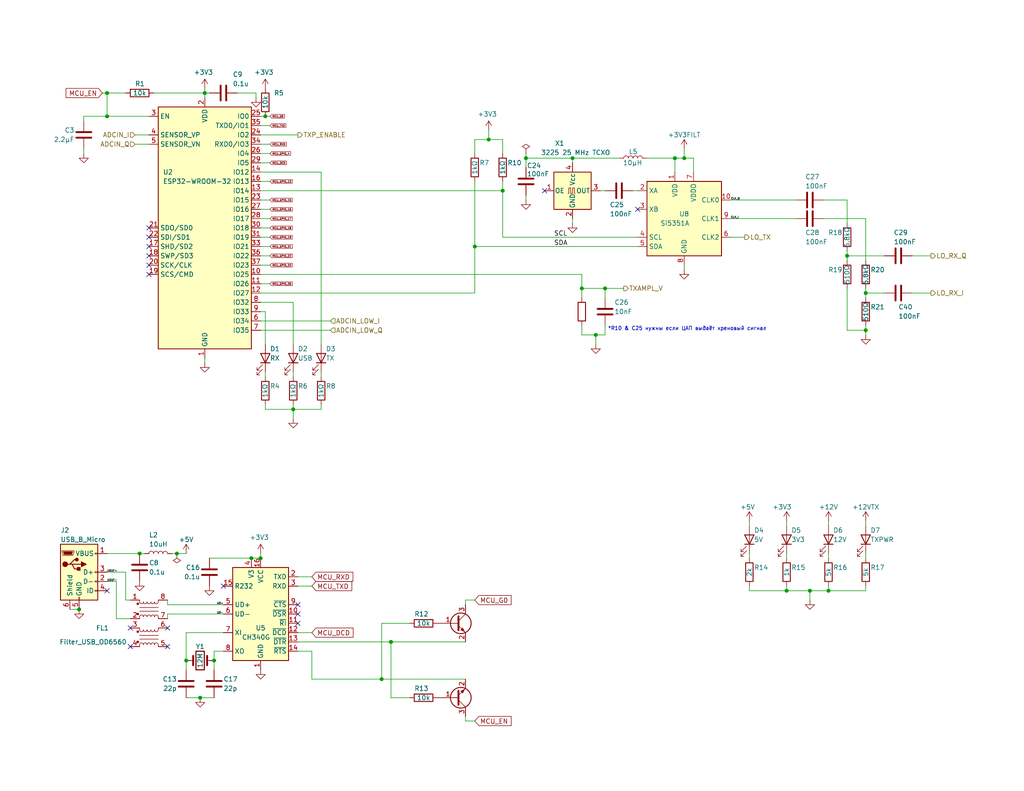
<source format=kicad_sch>
(kicad_sch (version 20231120) (generator "eeschema") (generator_version "8.0")
  (paper "USLetter")
  (title_block (title "CBModem") (date "2024-12-28") (rev "1"))
  (lib_symbols
    (symbol "Connector:USB_B_Micro" (pin_names (offset 1.016))
      (property "Reference" "J" (at -5.08 11.43 0))
      (property "Value" "USB_B_Micro" (at -5.08 8.89 0))
      (symbol "USB_B_Micro_0_1"
        (rectangle (start -5.08 -7.62) (end 5.08 7.62) (stroke (width 0.254)) (fill (type background)))
        (circle (center -3.81 2.159) (radius 0.635) (stroke (width 0.254)) (fill (type outline)))
        (circle (center -0.635 3.429) (radius 0.381) (stroke (width 0.254)) (fill (type outline)))
        (rectangle (start -0.127 -7.62) (end 0.127 -6.858))
        (polyline (pts (xy -1.905 2.159) (xy 0.635 2.159)) (stroke (width 0.254)))
        (polyline (pts (xy -3.175 2.159) (xy -2.54 2.159) (xy -1.27 3.429) (xy -0.635 3.429)) (stroke (width 0.254)))
        (polyline (pts (xy -2.54 2.159) (xy -1.905 2.159) (xy -1.27 0.889) (xy 0 0.889)) (stroke (width 0.254)))
        (polyline (pts (xy 0.635 2.794) (xy 0.635 1.524) (xy 1.905 2.159) (xy 0.635 2.794)) (stroke (width 0.254)) (fill (type outline)))
        (polyline (pts (xy -4.318 5.588) (xy -1.778 5.588) (xy -2.032 4.826) (xy -4.064 4.826) (xy -4.318 5.588)) (fill (type outline)))
        (polyline (pts (xy -4.699 5.842) (xy -4.699 5.588) (xy -4.445 4.826) (xy -4.445 4.572) (xy -1.651 4.572) (xy -1.651 4.826) (xy -1.397 5.588) (xy -1.397 5.842) (xy -4.699 5.842)))
        (rectangle (start 0.254 1.27) (end -0.508 0.508) (stroke (width 0.254)) (fill (type outline)))
        (rectangle (start 5.08 -5.207) (end 4.318 -4.953))
        (rectangle (start 5.08 -2.667) (end 4.318 -2.413))
        (rectangle (start 5.08 -0.127) (end 4.318 0.127))
        (rectangle (start 5.08 4.953) (end 4.318 5.207))
      )
      (symbol "USB_B_Micro_1_1"
        (pin power_out line (at 7.62 5.08 180) (length 2.54) (name "VBUS") (number "1"))
        (pin bidirectional line (at 7.62 -2.54 180) (length 2.54) (name "D-") (number "2"))
        (pin bidirectional line (at 7.62 0 180) (length 2.54) (name "D+") (number "3"))
        (pin passive line (at 7.62 -5.08 180) (length 2.54) (name "ID") (number "4"))
        (pin power_out line (at 0 -10.16 90) (length 2.54) (name "GND") (number "5"))
        (pin passive line (at -2.54 -10.16 90) (length 2.54) (name "Shield") (number "6"))
      )
    )
    (symbol "Device:C" (pin_numbers hide) (pin_names (offset 0.254))
      (property "Reference" "C" (at 0.635 2.54 0))
      (property "Value" "C" (at 0.635 -2.54 0))
      (symbol "C_0_1"
        (polyline (pts (xy -2.032 -0.762) (xy 2.032 -0.762)) (stroke (width 0.508)))
        (polyline (pts (xy -2.032 0.762) (xy 2.032 0.762)) (stroke (width 0.508)))
      )
      (symbol "C_1_1"
        (pin passive line (at 0 3.81 270) (length 2.794) (name "~") (number "1"))
        (pin passive line (at 0 -3.81 90) (length 2.794) (name "~") (number "2"))
      )
    )
    (symbol "Device:Crystal" (pin_numbers hide) (pin_names (offset 1.016) hide)
      (property "Reference" "Y" (at 0 3.81 0))
      (property "Value" "Crystal" (at 0 -3.81 0))
      (symbol "Crystal_0_1"
        (rectangle (start -1.143 2.54) (end 1.143 -2.54) (stroke (width 0.3048)))
        (polyline (pts (xy -2.54 0) (xy -1.905 0)))
        (polyline (pts (xy -1.905 -1.27) (xy -1.905 1.27)) (stroke (width 0.508)))
        (polyline (pts (xy 1.905 -1.27) (xy 1.905 1.27)) (stroke (width 0.508)))
        (polyline (pts (xy 2.54 0) (xy 1.905 0)))
      )
      (symbol "Crystal_1_1"
        (pin passive line (at -3.81 0 0) (length 1.27) (name "1") (number "1"))
        (pin passive line (at 3.81 0 180) (length 1.27) (name "2") (number "2"))
      )
    )
    (symbol "Device:L" (pin_numbers hide) (pin_names (offset 1.016) hide)
      (property "Reference" "L" (at -1.27 0 90))
      (property "Value" "L" (at 1.905 0 90))
      (symbol "L_0_1"
        (arc (start 0 -2.54) (mid 0.6323 -1.905) (end 0 -1.27))
        (arc (start 0 -1.27) (mid 0.6323 -0.635) (end 0 0))
        (arc (start 0 0) (mid 0.6323 0.635) (end 0 1.27))
        (arc (start 0 1.27) (mid 0.6323 1.905) (end 0 2.54))
      )
      (symbol "L_1_1"
        (pin passive line (at 0 3.81 270) (length 1.27) (name "1") (number "1"))
        (pin passive line (at 0 -3.81 90) (length 1.27) (name "2") (number "2"))
      )
    )
    (symbol "Device:LED" (pin_numbers hide) (pin_names (offset 1.016) hide)
      (property "Reference" "D" (at 0 2.54 0))
      (property "Value" "LED" (at 0 -2.54 0))
      (symbol "LED_0_1"
        (polyline (pts (xy -1.27 -1.27) (xy -1.27 1.27)) (stroke (width 0.254)))
        (polyline (pts (xy -1.27 0) (xy 1.27 0)))
        (polyline (pts (xy 1.27 -1.27) (xy 1.27 1.27) (xy -1.27 0) (xy 1.27 -1.27)) (stroke (width 0.254)))
        (polyline (pts (xy -3.048 -0.762) (xy -4.572 -2.286) (xy -3.81 -2.286) (xy -4.572 -2.286) (xy -4.572 -1.524)))
        (polyline (pts (xy -1.778 -0.762) (xy -3.302 -2.286) (xy -2.54 -2.286) (xy -3.302 -2.286) (xy -3.302 -1.524)))
      )
      (symbol "LED_1_1"
        (pin passive line (at -3.81 0 0) (length 2.54) (name "K") (number "1"))
        (pin passive line (at 3.81 0 180) (length 2.54) (name "A") (number "2"))
      )
    )
    (symbol "Device:Q_NPN_BEC" (pin_names (offset 0) hide)
      (property "Reference" "Q" (at 5.08 1.27 0))
      (property "Value" "Q_NPN_BEC" (at 5.08 -1.27 0))
      (symbol "Q_NPN_BEC_0_1"
        (polyline (pts (xy 0.635 0.635) (xy 2.54 2.54)))
        (polyline (pts (xy 0.635 -0.635) (xy 2.54 -2.54) (xy 2.54 -2.54)))
        (polyline (pts (xy 0.635 1.905) (xy 0.635 -1.905) (xy 0.635 -1.905)) (stroke (width 0.508)))
        (polyline (pts (xy 1.27 -1.778) (xy 1.778 -1.27) (xy 2.286 -2.286) (xy 1.27 -1.778) (xy 1.27 -1.778)) (fill (type outline)))
        (circle (center 1.27 0) (radius 2.8194) (stroke (width 0.254)))
      )
      (symbol "Q_NPN_BEC_1_1"
        (pin input line (at -5.08 0 0) (length 5.715) (name "B") (number "1"))
        (pin passive line (at 2.54 -5.08 90) (length 2.54) (name "E") (number "2"))
        (pin passive line (at 2.54 5.08 270) (length 2.54) (name "C") (number "3"))
      )
    )
    (symbol "Device:R" (pin_numbers hide) (pin_names (offset 0))
      (property "Reference" "R" (at 2.032 0 90))
      (property "Value" "R" (at 0 0 90))
      (symbol "R_0_1"
        (rectangle (start -1.016 -2.54) (end 1.016 2.54) (stroke (width 0.254)))
      )
      (symbol "R_1_1"
        (pin passive line (at 0 3.81 270) (length 1.27) (name "~") (number "1"))
        (pin passive line (at 0 -3.81 90) (length 1.27) (name "~") (number "2"))
      )
    )
    (symbol "Interface_USB:CH340G"
      (property "Reference" "U" (at -5.08 13.97 0))
      (property "Value" "CH340G" (at 1.27 13.97 0))
      (symbol "CH340G_0_1"
        (rectangle (start -7.62 12.7) (end 7.62 -12.7) (stroke (width 0.254)) (fill (type background)))
      )
      (symbol "CH340G_1_1"
        (pin power_in line (at 0 -15.24 90) (length 2.54) (name "GND") (number "1"))
        (pin input line (at 10.16 0 180) (length 2.54) (name "~{DSR}") (number "10"))
        (pin input line (at 10.16 -2.54 180) (length 2.54) (name "~{RI}") (number "11"))
        (pin input line (at 10.16 -5.08 180) (length 2.54) (name "~{DCD}") (number "12"))
        (pin output line (at 10.16 -7.62 180) (length 2.54) (name "~{DTR}") (number "13"))
        (pin output line (at 10.16 -10.16 180) (length 2.54) (name "~{RTS}") (number "14"))
        (pin input line (at -10.16 7.62 0) (length 2.54) (name "R232") (number "15"))
        (pin power_in line (at 0 15.24 270) (length 2.54) (name "VCC") (number "16"))
        (pin output line (at 10.16 10.16 180) (length 2.54) (name "TXD") (number "2"))
        (pin input line (at 10.16 7.62 180) (length 2.54) (name "RXD") (number "3"))
        (pin passive line (at -2.54 15.24 270) (length 2.54) (name "V3") (number "4"))
        (pin bidirectional line (at -10.16 2.54 0) (length 2.54) (name "UD+") (number "5"))
        (pin bidirectional line (at -10.16 0 0) (length 2.54) (name "UD-") (number "6"))
        (pin input line (at -10.16 -5.08 0) (length 2.54) (name "XI") (number "7"))
        (pin output line (at -10.16 -10.16 0) (length 2.54) (name "XO") (number "8"))
        (pin input line (at 10.16 2.54 180) (length 2.54) (name "~{CTS}") (number "9"))
      )
    )
    (symbol "Oscillator:SG-8002LB" (pin_names (offset 0.254))
      (property "Reference" "X" (at -5.08 6.35 0))
      (property "Value" "SG-8002LB" (at 1.27 -6.35 0))
      (symbol "SG-8002LB_0_1"
        (rectangle (start -5.08 5.08) (end 5.08 -5.08) (stroke (width 0.254)) (fill (type background)))
        (polyline (pts (xy -1.27 -0.762) (xy -1.016 -0.762) (xy -1.016 0.762) (xy -0.508 0.762) (xy -0.508 -0.762) (xy 0 -0.762) (xy 0 0.762) (xy 0.508 0.762) (xy 0.508 -0.762) (xy 0.762 -0.762)))
      )
      (symbol "SG-8002LB_1_1"
        (pin input line (at -7.62 0 0) (length 2.54) (name "OE") (number "1"))
        (pin power_in line (at 0 -7.62 90) (length 2.54) (name "GND") (number "2"))
        (pin output line (at 7.62 0 180) (length 2.54) (name "OUT") (number "3"))
        (pin power_in line (at 0 7.62 270) (length 2.54) (name "Vcc") (number "4"))
      )
    )
    (symbol "Oscillator:Si5351A-B-GT"
      (property "Reference" "U" (at -8.89 11.43 0))
      (property "Value" "Si5351A-B-GT" (at -12.7 -12.7 0))
      (symbol "Si5351A-B-GT_0_1"
        (rectangle (start -10.16 10.16) (end 10.16 -10.16) (stroke (width 0.254)) (fill (type background)))
      )
      (symbol "Si5351A-B-GT_1_1"
        (pin power_in line (at -2.54 12.7 270) (length 2.54) (name "VDD") (number "1"))
        (pin output line (at 12.7 5.08 180) (length 2.54) (name "CLK0") (number "10"))
        (pin input line (at -12.7 7.62 0) (length 2.54) (name "XA") (number "2"))
        (pin input line (at -12.7 2.54 0) (length 2.54) (name "XB") (number "3"))
        (pin input line (at -12.7 -5.08 0) (length 2.54) (name "SCL") (number "4"))
        (pin bidirectional line (at -12.7 -7.62 0) (length 2.54) (name "SDA") (number "5"))
        (pin output line (at 12.7 -5.08 180) (length 2.54) (name "CLK2") (number "6"))
        (pin power_in line (at 2.54 12.7 270) (length 2.54) (name "VDDO") (number "7"))
        (pin power_in line (at 0 -12.7 90) (length 2.54) (name "GND") (number "8"))
        (pin output line (at 12.7 0 180) (length 2.54) (name "CLK1") (number "9"))
      )
    )
    (symbol "RF_Module:ESP32-WROOM-32"
      (property "Reference" "U" (at -12.7 34.29 0))
      (property "Value" "ESP32-WROOM-32" (at 1.27 34.29 0))
      (symbol "ESP32-WROOM-32_0_1"
        (rectangle (start -12.7 33.02) (end 12.7 -33.02) (stroke (width 0.254)) (fill (type background)))
      )
      (symbol "ESP32-WROOM-32_1_1"
        (pin power_in line (at 0 -35.56 90) (length 2.54) (name "GND") (number "1"))
        (pin bidirectional line (at 15.24 -12.7 180) (length 2.54) (name "IO25") (number "10"))
        (pin bidirectional line (at 15.24 -15.24 180) (length 2.54) (name "IO26") (number "11"))
        (pin bidirectional line (at 15.24 -17.78 180) (length 2.54) (name "IO27") (number "12"))
        (pin bidirectional line (at 15.24 10.16 180) (length 2.54) (name "IO14") (number "13"))
        (pin bidirectional line (at 15.24 15.24 180) (length 2.54) (name "IO12") (number "14"))
        (pin passive line (at 0 -35.56 90) (length 2.54) hide (name "GND") (number "15"))
        (pin bidirectional line (at 15.24 12.7 180) (length 2.54) (name "IO13") (number "16"))
        (pin bidirectional line (at -15.24 -5.08 0) (length 2.54) (name "SHD/SD2") (number "17"))
        (pin bidirectional line (at -15.24 -7.62 0) (length 2.54) (name "SWP/SD3") (number "18"))
        (pin bidirectional line (at -15.24 -12.7 0) (length 2.54) (name "SCS/CMD") (number "19"))
        (pin power_in line (at 0 35.56 270) (length 2.54) (name "VDD") (number "2"))
        (pin bidirectional line (at -15.24 -10.16 0) (length 2.54) (name "SCK/CLK") (number "20"))
        (pin bidirectional line (at -15.24 0 0) (length 2.54) (name "SDO/SD0") (number "21"))
        (pin bidirectional line (at -15.24 -2.54 0) (length 2.54) (name "SDI/SD1") (number "22"))
        (pin bidirectional line (at 15.24 7.62 180) (length 2.54) (name "IO15") (number "23"))
        (pin bidirectional line (at 15.24 25.4 180) (length 2.54) (name "IO2") (number "24"))
        (pin bidirectional line (at 15.24 30.48 180) (length 2.54) (name "IO0") (number "25"))
        (pin bidirectional line (at 15.24 20.32 180) (length 2.54) (name "IO4") (number "26"))
        (pin bidirectional line (at 15.24 5.08 180) (length 2.54) (name "IO16") (number "27"))
        (pin bidirectional line (at 15.24 2.54 180) (length 2.54) (name "IO17") (number "28"))
        (pin bidirectional line (at 15.24 17.78 180) (length 2.54) (name "IO5") (number "29"))
        (pin input line (at -15.24 30.48 0) (length 2.54) (name "EN") (number "3"))
        (pin bidirectional line (at 15.24 0 180) (length 2.54) (name "IO18") (number "30"))
        (pin bidirectional line (at 15.24 -2.54 180) (length 2.54) (name "IO19") (number "31"))
        (pin no_connect line (at -12.7 -27.94 0) (length 2.54) hide (name "NC") (number "32"))
        (pin bidirectional line (at 15.24 -5.08 180) (length 2.54) (name "IO21") (number "33"))
        (pin bidirectional line (at 15.24 22.86 180) (length 2.54) (name "RXD0/IO3") (number "34"))
        (pin bidirectional line (at 15.24 27.94 180) (length 2.54) (name "TXD0/IO1") (number "35"))
        (pin bidirectional line (at 15.24 -7.62 180) (length 2.54) (name "IO22") (number "36"))
        (pin bidirectional line (at 15.24 -10.16 180) (length 2.54) (name "IO23") (number "37"))
        (pin passive line (at 0 -35.56 90) (length 2.54) hide (name "GND") (number "38"))
        (pin passive line (at 0 -35.56 90) (length 2.54) hide (name "GND") (number "39"))
        (pin input line (at -15.24 25.4 0) (length 2.54) (name "SENSOR_VP") (number "4"))
        (pin input line (at -15.24 22.86 0) (length 2.54) (name "SENSOR_VN") (number "5"))
        (pin input line (at 15.24 -25.4 180) (length 2.54) (name "IO34") (number "6"))
        (pin input line (at 15.24 -27.94 180) (length 2.54) (name "IO35") (number "7"))
        (pin bidirectional line (at 15.24 -20.32 180) (length 2.54) (name "IO32") (number "8"))
        (pin bidirectional line (at 15.24 -22.86 180) (length 2.54) (name "IO33") (number "9"))
      )
    )
    (symbol "communicator_27mhz_custom:+12VTX" (power) (pin_names (offset 0))
      (property "Value" "+12VTX" (at 0 3.556 0))
      (symbol "+12VTX_0_1"
        (polyline (pts (xy -0.762 1.27) (xy 0 2.54)))
        (polyline (pts (xy 0 0) (xy 0 2.54)))
        (polyline (pts (xy 0 2.54) (xy 0.762 1.27)))
      )
      (symbol "+12VTX_1_1"
        (pin power_in line (at 0 0 90) (length 0) hide (name "+12VTX") (number "1"))
      )
    )
    (symbol "communicator_27mhz_custom:+3V3FILT" (power) (pin_names (offset 0))
      (property "Value" "+3V3FILT" (at 0 3.556 0))
      (symbol "+3V3FILT_0_1"
        (polyline (pts (xy -0.762 1.27) (xy 0 2.54)))
        (polyline (pts (xy 0 0) (xy 0 2.54)))
        (polyline (pts (xy 0 2.54) (xy 0.762 1.27)))
      )
      (symbol "+3V3FILT_1_1"
        (pin power_in line (at 0 0 90) (length 0) hide (name "+3V3FILT") (number "1"))
      )
    )
    (symbol "communicator_27mhz_custom:Filter_USB_OD6560" (pin_names (offset 0.254) hide)
      (property "Reference" "FL" (at 0 4.445 0))
      (property "Value" "Filter_USB_OD6560" (at 0 -13.97 0))
      (symbol "Filter_USB_OD6560_0_1"
        (circle (center -3.048 -8.89) (radius 0.254) (fill (type outline)))
        (circle (center -3.048 -6.096) (radius 0.254) (fill (type outline)))
        (circle (center -3.048 -1.27) (radius 0.254) (fill (type outline)))
        (circle (center -3.048 1.524) (radius 0.254) (fill (type outline)))
        (arc (start -2.54 -5.588) (mid -2.032 -6.0937) (end -1.524 -5.588))
        (arc (start -2.54 2.032) (mid -2.032 1.5262) (end -1.524 2.032))
        (arc (start -1.524 -9.652) (mid -2.032 -9.1462) (end -2.54 -9.652))
        (arc (start -1.524 -5.588) (mid -1.016 -6.0937) (end -0.508 -5.588))
        (arc (start -1.524 -2.032) (mid -2.032 -1.5262) (end -2.54 -2.032))
        (arc (start -1.524 2.032) (mid -1.016 1.5262) (end -0.508 2.032))
        (arc (start -0.508 -9.652) (mid -1.016 -9.1462) (end -1.524 -9.652))
        (arc (start -0.508 -5.588) (mid 0 -6.0937) (end 0.508 -5.588))
        (arc (start -0.508 -2.032) (mid -1.016 -1.5262) (end -1.524 -2.032))
        (arc (start -0.508 2.032) (mid 0 1.5262) (end 0.508 2.032))
        (polyline (pts (xy -2.54 -9.652) (xy -2.54 -10.16)))
        (polyline (pts (xy -2.54 -7.112) (xy 2.54 -7.112)))
        (polyline (pts (xy -2.54 -5.588) (xy -2.54 -5.08)))
        (polyline (pts (xy -2.54 -2.032) (xy -2.54 -2.54)))
        (polyline (pts (xy -2.54 0.508) (xy 2.54 0.508)))
        (polyline (pts (xy -2.54 2.032) (xy -2.54 2.54)))
        (polyline (pts (xy 2.54 -9.652) (xy 2.54 -10.16)))
        (polyline (pts (xy 2.54 -8.128) (xy -2.54 -8.128)))
        (polyline (pts (xy 2.54 -5.08) (xy 2.54 -5.588)))
        (polyline (pts (xy 2.54 -2.032) (xy 2.54 -2.54)))
        (polyline (pts (xy 2.54 -0.508) (xy -2.54 -0.508)))
        (polyline (pts (xy 2.54 2.54) (xy 2.54 2.032)))
        (arc (start 0.508 -9.652) (mid 0 -9.1462) (end -0.508 -9.652))
        (arc (start 0.508 -5.588) (mid 1.016 -6.0937) (end 1.524 -5.588))
        (arc (start 0.508 -2.032) (mid 0 -1.5262) (end -0.508 -2.032))
        (arc (start 0.508 2.032) (mid 1.016 1.5262) (end 1.524 2.032))
        (arc (start 1.524 -9.652) (mid 1.016 -9.1462) (end 0.508 -9.652))
        (arc (start 1.524 -5.588) (mid 2.032 -6.0937) (end 2.54 -5.588))
        (arc (start 1.524 -2.032) (mid 1.016 -1.5262) (end 0.508 -2.032))
        (arc (start 1.524 2.032) (mid 2.032 1.5262) (end 2.54 2.032))
        (arc (start 2.54 -9.652) (mid 2.032 -9.1462) (end 1.524 -9.652))
        (arc (start 2.54 -2.032) (mid 2.032 -1.5262) (end 1.524 -2.032))
      )
      (symbol "Filter_USB_OD6560_1_1"
        (pin passive line (at -5.08 2.54 0) (length 2.54) (name "1") (number "1"))
        (pin passive line (at -5.08 -2.54 0) (length 2.54) (name "2") (number "2"))
        (pin passive line (at -5.08 -5.08 0) (length 2.54) (name "3") (number "3"))
        (pin passive line (at -5.08 -10.16 0) (length 2.54) (name "4") (number "4"))
        (pin passive line (at 5.08 -10.16 180) (length 2.54) (name "5") (number "5"))
        (pin passive line (at 5.08 -5.08 180) (length 2.54) (name "6") (number "6"))
        (pin passive line (at 5.08 -2.54 180) (length 2.54) (name "7") (number "7"))
        (pin passive line (at 5.08 2.54 180) (length 2.54) (name "8") (number "8"))
      )
    )
    (symbol "power:+12V" (power) (pin_names (offset 0))
      (property "Value" "+12V" (at 0 3.556 0))
      (symbol "+12V_0_1"
        (polyline (pts (xy -0.762 1.27) (xy 0 2.54)))
        (polyline (pts (xy 0 0) (xy 0 2.54)))
        (polyline (pts (xy 0 2.54) (xy 0.762 1.27)))
      )
      (symbol "+12V_1_1"
        (pin power_in line (at 0 0 90) (length 0) hide (name "+12V") (number "1"))
      )
    )
    (symbol "power:+3V3" (power) (pin_names (offset 0))
      (property "Value" "+3V3" (at 0 3.556 0))
      (symbol "+3V3_0_1"
        (polyline (pts (xy -0.762 1.27) (xy 0 2.54)))
        (polyline (pts (xy 0 0) (xy 0 2.54)))
        (polyline (pts (xy 0 2.54) (xy 0.762 1.27)))
      )
      (symbol "+3V3_1_1"
        (pin power_in line (at 0 0 90) (length 0) hide (name "+3V3") (number "1"))
      )
    )
    (symbol "power:+5V" (power) (pin_names (offset 0))
      (property "Value" "+5V" (at 0 3.556 0))
      (symbol "+5V_0_1"
        (polyline (pts (xy -0.762 1.27) (xy 0 2.54)))
        (polyline (pts (xy 0 0) (xy 0 2.54)))
        (polyline (pts (xy 0 2.54) (xy 0.762 1.27)))
      )
      (symbol "+5V_1_1"
        (pin power_in line (at 0 0 90) (length 0) hide (name "+5V") (number "1"))
      )
    )
    (symbol "power:GND" (power) (pin_names (offset 0))
      (property "Value" "GND" (at 0 -3.81 0))
      (symbol "GND_0_1"
        (polyline (pts (xy 0 0) (xy 0 -1.27) (xy 1.27 -1.27) (xy 0 -2.54) (xy -1.27 -1.27) (xy 0 -1.27)))
      )
      (symbol "GND_1_1"
        (pin power_in line (at 0 0 270) (length 0) hide (name "GND") (number "1"))
      )
    )
    (symbol "power:PWR_FLAG" (power) (pin_numbers hide) (pin_names (offset 0) hide)
      (property "Value" "PWR_FLAG" (at 0 3.81 0))
      (symbol "PWR_FLAG_0_0"
        (pin power_out line (at 0 0 90) (length 0) (name "pwr") (number "1"))
      )
      (symbol "PWR_FLAG_0_1"
        (polyline (pts (xy 0 0) (xy 0 1.27) (xy -1.016 1.905) (xy 0 2.54) (xy 1.016 1.905) (xy 0 1.27)))
      )
    )
  )
  (junction (at 143.51 43.18))
  (junction (at 156.21 43.18))
  (junction (at 29.21 25.4))
  (junction (at 50.8 180.34))
  (junction (at 214.63 161.29))
  (junction (at 38.1 151.13))
  (junction (at 48.26 151.13))
  (junction (at 71.12 152.4))
  (junction (at 129.54 67.31))
  (junction (at 226.06 161.29))
  (junction (at 29.21 31.75))
  (junction (at 137.16 52.07))
  (junction (at 104.14 185.42))
  (junction (at 158.75 78.74))
  (junction (at 72.39 31.75))
  (junction (at 186.69 43.18))
  (junction (at 220.98 161.29))
  (junction (at 68.58 152.4))
  (junction (at 231.14 69.85))
  (junction (at 58.42 180.34))
  (junction (at 236.22 80.01))
  (junction (at 55.88 25.4))
  (junction (at 236.22 90.17))
  (junction (at 106.68 175.26))
  (junction (at 184.15 43.18))
  (junction (at 162.56 91.44))
  (junction (at 21.59 166.37))
  (junction (at 165.1 78.74))
  (junction (at 133.35 38.1))
  (junction (at 80.01 111.76))
  (junction (at 54.61 190.5))
  (no_connect (at 40.64 67.31))
  (no_connect (at 40.64 62.23))
  (no_connect (at 173.99 57.15))
  (no_connect (at 35.56 171.45))
  (no_connect (at 81.28 170.18))
  (no_connect (at 45.72 176.53))
  (no_connect (at 45.72 171.45))
  (no_connect (at 29.21 161.29))
  (no_connect (at 60.96 160.02))
  (no_connect (at 40.64 74.93))
  (no_connect (at 40.64 64.77))
  (no_connect (at 81.28 165.1))
  (no_connect (at 40.64 72.39))
  (no_connect (at 148.59 52.07))
  (no_connect (at 35.56 176.53))
  (no_connect (at 81.28 167.64))
  (no_connect (at 40.64 69.85))
  (wire (pts (xy 71.12 77.47) (xy 73.66 77.47)))
  (wire (pts (xy 29.21 156.21) (xy 34.29 156.21)))
  (wire (pts (xy 204.47 161.29) (xy 214.63 161.29)))
  (wire (pts (xy 129.54 196.85) (xy 127 196.85)))
  (wire (pts (xy 55.88 25.4) (xy 55.88 26.67)))
  (wire (pts (xy 236.22 78.74) (xy 236.22 80.01)))
  (wire (pts (xy 165.1 91.44) (xy 165.1 88.9)))
  (wire (pts (xy 163.83 52.07) (xy 165.1 52.07)))
  (wire (pts (xy 226.06 142.24) (xy 226.06 143.51)))
  (wire (pts (xy 186.69 43.18) (xy 184.15 43.18)))
  (wire (pts (xy 236.22 151.13) (xy 236.22 152.4)))
  (wire (pts (xy 85.09 185.42) (xy 104.14 185.42)))
  (wire (pts (xy 71.12 52.07) (xy 137.16 52.07)))
  (wire (pts (xy 29.21 158.75) (xy 31.75 158.75)))
  (wire (pts (xy 236.22 161.29) (xy 236.22 160.02)))
  (wire (pts (xy 71.12 67.31) (xy 73.66 67.31)))
  (wire (pts (xy 231.14 69.85) (xy 231.14 71.12)))
  (wire (pts (xy 71.12 31.75) (xy 72.39 31.75)))
  (wire (pts (xy 71.12 74.93) (xy 158.75 74.93)))
  (wire (pts (xy 31.75 158.75) (xy 31.75 168.91)))
  (wire (pts (xy 184.15 43.18) (xy 176.53 43.18)))
  (wire (pts (xy 127 196.85) (xy 127 195.58)))
  (wire (pts (xy 19.05 166.37) (xy 21.59 166.37)))
  (wire (pts (xy 156.21 60.96) (xy 156.21 59.69)))
  (wire (pts (xy 71.12 46.99) (xy 87.63 46.99)))
  (wire (pts (xy 236.22 90.17) (xy 236.22 91.44)))
  (wire (pts (xy 204.47 142.24) (xy 204.47 143.51)))
  (wire (pts (xy 29.21 31.75) (xy 40.64 31.75)))
  (wire (pts (xy 80.01 82.55) (xy 80.01 93.98)))
  (wire (pts (xy 80.01 111.76) (xy 72.39 111.76)))
  (wire (pts (xy 214.63 161.29) (xy 214.63 160.02)))
  (wire (pts (xy 71.12 41.91) (xy 73.66 41.91)))
  (wire (pts (xy 226.06 161.29) (xy 236.22 161.29)))
  (wire (pts (xy 72.39 31.75) (xy 73.66 31.75)))
  (wire (pts (xy 58.42 177.8) (xy 60.96 177.8)))
  (wire (pts (xy 129.54 80.01) (xy 71.12 80.01)))
  (wire (pts (xy 45.72 168.91) (xy 45.72 167.64)))
  (wire (pts (xy 71.12 49.53) (xy 73.66 49.53)))
  (wire (pts (xy 45.72 165.1) (xy 60.96 165.1)))
  (wire (pts (xy 129.54 163.83) (xy 127 163.83)))
  (wire (pts (xy 22.86 33.02) (xy 22.86 31.75)))
  (wire (pts (xy 231.14 90.17) (xy 236.22 90.17)))
  (wire (pts (xy 204.47 151.13) (xy 204.47 152.4)))
  (wire (pts (xy 165.1 78.74) (xy 170.18 78.74)))
  (wire (pts (xy 38.1 151.13) (xy 39.37 151.13)))
  (wire (pts (xy 85.09 185.42) (xy 85.09 177.8)))
  (wire (pts (xy 248.92 69.85) (xy 254 69.85)))
  (wire (pts (xy 158.75 91.44) (xy 162.56 91.44)))
  (wire (pts (xy 129.54 38.1) (xy 129.54 41.91)))
  (wire (pts (xy 199.39 54.61) (xy 217.17 54.61)))
  (wire (pts (xy 72.39 102.87) (xy 72.39 101.6)))
  (wire (pts (xy 162.56 93.98) (xy 162.56 91.44)))
  (wire (pts (xy 71.12 151.13) (xy 71.12 152.4)))
  (wire (pts (xy 72.39 85.09) (xy 72.39 93.98)))
  (wire (pts (xy 50.8 172.72) (xy 50.8 180.34)))
  (wire (pts (xy 69.85 25.4) (xy 64.77 25.4)))
  (wire (pts (xy 58.42 190.5) (xy 54.61 190.5)))
  (wire (pts (xy 236.22 80.01) (xy 236.22 81.28)))
  (wire (pts (xy 71.12 90.17) (xy 90.17 90.17)))
  (wire (pts (xy 111.76 170.18) (xy 104.14 170.18)))
  (wire (pts (xy 87.63 102.87) (xy 87.63 101.6)))
  (wire (pts (xy 87.63 111.76) (xy 87.63 110.49)))
  (wire (pts (xy 81.28 172.72) (xy 85.09 172.72)))
  (wire (pts (xy 71.12 34.29) (xy 73.66 34.29)))
  (wire (pts (xy 137.16 38.1) (xy 137.16 41.91)))
  (wire (pts (xy 80.01 111.76) (xy 80.01 110.49)))
  (wire (pts (xy 71.12 39.37) (xy 73.66 39.37)))
  (wire (pts (xy 143.51 43.18) (xy 143.51 45.72)))
  (wire (pts (xy 45.72 163.83) (xy 45.72 165.1)))
  (wire (pts (xy 106.68 175.26) (xy 127 175.26)))
  (wire (pts (xy 204.47 161.29) (xy 204.47 160.02)))
  (wire (pts (xy 58.42 180.34) (xy 58.42 182.88)))
  (wire (pts (xy 214.63 161.29) (xy 220.98 161.29)))
  (wire (pts (xy 81.28 160.02) (xy 85.09 160.02)))
  (wire (pts (xy 72.39 111.76) (xy 72.39 110.49)))
  (wire (pts (xy 41.91 25.4) (xy 55.88 25.4)))
  (wire (pts (xy 71.12 64.77) (xy 73.66 64.77)))
  (wire (pts (xy 71.12 44.45) (xy 73.66 44.45)))
  (wire (pts (xy 55.88 24.13) (xy 55.88 25.4)))
  (wire (pts (xy 236.22 59.69) (xy 236.22 71.12)))
  (wire (pts (xy 127 163.83) (xy 127 165.1)))
  (wire (pts (xy 172.72 52.07) (xy 173.99 52.07)))
  (wire (pts (xy 158.75 74.93) (xy 158.75 78.74)))
  (wire (pts (xy 231.14 68.58) (xy 231.14 69.85)))
  (wire (pts (xy 143.51 43.18) (xy 156.21 43.18)))
  (wire (pts (xy 71.12 72.39) (xy 73.66 72.39)))
  (wire (pts (xy 189.23 43.18) (xy 186.69 43.18)))
  (wire (pts (xy 236.22 80.01) (xy 241.3 80.01)))
  (wire (pts (xy 137.16 64.77) (xy 173.99 64.77)))
  (wire (pts (xy 29.21 25.4) (xy 29.21 31.75)))
  (wire (pts (xy 80.01 114.3) (xy 80.01 111.76)))
  (wire (pts (xy 57.15 25.4) (xy 55.88 25.4)))
  (wire (pts (xy 71.12 87.63) (xy 90.17 87.63)))
  (wire (pts (xy 189.23 43.18) (xy 189.23 46.99)))
  (wire (pts (xy 27.94 25.4) (xy 29.21 25.4)))
  (wire (pts (xy 143.51 41.91) (xy 143.51 43.18)))
  (wire (pts (xy 143.51 54.61) (xy 143.51 53.34)))
  (wire (pts (xy 81.28 175.26) (xy 106.68 175.26)))
  (wire (pts (xy 29.21 151.13) (xy 38.1 151.13)))
  (wire (pts (xy 137.16 52.07) (xy 137.16 64.77)))
  (wire (pts (xy 71.12 36.83) (xy 81.28 36.83)))
  (wire (pts (xy 71.12 54.61) (xy 73.66 54.61)))
  (wire (pts (xy 129.54 38.1) (xy 133.35 38.1)))
  (wire (pts (xy 231.14 54.61) (xy 231.14 60.96)))
  (wire (pts (xy 248.92 80.01) (xy 254 80.01)))
  (wire (pts (xy 220.98 161.29) (xy 226.06 161.29)))
  (wire (pts (xy 214.63 151.13) (xy 214.63 152.4)))
  (wire (pts (xy 186.69 73.66) (xy 186.69 72.39)))
  (wire (pts (xy 71.12 82.55) (xy 80.01 82.55)))
  (wire (pts (xy 111.76 190.5) (xy 106.68 190.5)))
  (wire (pts (xy 226.06 151.13) (xy 226.06 152.4)))
  (wire (pts (xy 57.15 152.4) (xy 68.58 152.4)))
  (wire (pts (xy 156.21 43.18) (xy 156.21 44.45)))
  (wire (pts (xy 186.69 40.64) (xy 186.69 43.18)))
  (wire (pts (xy 165.1 91.44) (xy 162.56 91.44)))
  (wire (pts (xy 50.8 180.34) (xy 50.8 182.88)))
  (wire (pts (xy 71.12 85.09) (xy 72.39 85.09)))
  (wire (pts (xy 199.39 59.69) (xy 217.17 59.69)))
  (wire (pts (xy 22.86 41.91) (xy 22.86 40.64)))
  (wire (pts (xy 129.54 67.31) (xy 173.99 67.31)))
  (wire (pts (xy 224.79 54.61) (xy 231.14 54.61)))
  (wire (pts (xy 199.39 64.77) (xy 203.2 64.77)))
  (wire (pts (xy 133.35 35.56) (xy 133.35 38.1)))
  (wire (pts (xy 46.99 151.13) (xy 48.26 151.13)))
  (wire (pts (xy 224.79 59.69) (xy 236.22 59.69)))
  (wire (pts (xy 231.14 78.74) (xy 231.14 90.17)))
  (wire (pts (xy 184.15 43.18) (xy 184.15 46.99)))
  (wire (pts (xy 71.12 57.15) (xy 73.66 57.15)))
  (wire (pts (xy 236.22 88.9) (xy 236.22 90.17)))
  (wire (pts (xy 31.75 168.91) (xy 35.56 168.91)))
  (wire (pts (xy 129.54 49.53) (xy 129.54 67.31)))
  (wire (pts (xy 158.75 81.28) (xy 158.75 78.74)))
  (wire (pts (xy 236.22 142.24) (xy 236.22 143.51)))
  (wire (pts (xy 133.35 38.1) (xy 137.16 38.1)))
  (wire (pts (xy 22.86 31.75) (xy 29.21 31.75)))
  (wire (pts (xy 71.12 62.23) (xy 73.66 62.23)))
  (wire (pts (xy 106.68 175.26) (xy 106.68 190.5)))
  (wire (pts (xy 87.63 46.99) (xy 87.63 93.98)))
  (wire (pts (xy 48.26 151.13) (xy 50.8 151.13)))
  (wire (pts (xy 137.16 49.53) (xy 137.16 52.07)))
  (wire (pts (xy 71.12 152.4) (xy 68.58 152.4)))
  (wire (pts (xy 214.63 142.24) (xy 214.63 143.51)))
  (wire (pts (xy 129.54 67.31) (xy 129.54 80.01)))
  (wire (pts (xy 156.21 43.18) (xy 168.91 43.18)))
  (wire (pts (xy 69.85 26.67) (xy 69.85 25.4)))
  (wire (pts (xy 36.83 36.83) (xy 40.64 36.83)))
  (wire (pts (xy 54.61 190.5) (xy 50.8 190.5)))
  (wire (pts (xy 58.42 180.34) (xy 58.42 177.8)))
  (wire (pts (xy 158.75 78.74) (xy 165.1 78.74)))
  (wire (pts (xy 104.14 170.18) (xy 104.14 185.42)))
  (wire (pts (xy 220.98 163.83) (xy 220.98 161.29)))
  (wire (pts (xy 158.75 88.9) (xy 158.75 91.44)))
  (wire (pts (xy 87.63 111.76) (xy 80.01 111.76)))
  (wire (pts (xy 226.06 161.29) (xy 226.06 160.02)))
  (wire (pts (xy 60.96 172.72) (xy 50.8 172.72)))
  (wire (pts (xy 34.29 156.21) (xy 34.29 163.83)))
  (wire (pts (xy 34.29 163.83) (xy 35.56 163.83)))
  (wire (pts (xy 165.1 78.74) (xy 165.1 81.28)))
  (wire (pts (xy 80.01 102.87) (xy 80.01 101.6)))
  (wire (pts (xy 104.14 185.42) (xy 127 185.42)))
  (wire (pts (xy 55.88 97.79) (xy 55.88 99.06)))
  (wire (pts (xy 71.12 59.69) (xy 73.66 59.69)))
  (wire (pts (xy 36.83 39.37) (xy 40.64 39.37)))
  (wire (pts (xy 71.12 69.85) (xy 73.66 69.85)))
  (wire (pts (xy 34.29 25.4) (xy 29.21 25.4)))
  (wire (pts (xy 81.28 157.48) (xy 85.09 157.48)))
  (wire (pts (xy 45.72 167.64) (xy 60.96 167.64)))
  (wire (pts (xy 85.09 177.8) (xy 81.28 177.8)))
  (wire (pts (xy 231.14 69.85) (xy 241.3 69.85)))
  (text "*R10 & C25 нужны если ЦАП выдаёт хреновый сигнал" (at 165.862 90.424 0) (effects (font (size 1 1)) (justify left bottom)))
  (label "UD+" (at 60.96 165.1 180) (effects (font (size 0.508 0.508))))
  (label "UD-" (at 60.96 167.64 180) (effects (font (size 0.508 0.508))))
  (label "UDUF+" (at 29.21 156.21 0) (effects (font (size 0.508 0.508))))
  (label "CLK_Q" (at 199.39 54.61 0) (effects (font (size 0.508 0.508))))
  (label "UDUF-" (at 29.21 158.75 0) (effects (font (size 0.508 0.508))))
  (label "CLK_I" (at 199.39 59.69 0) (effects (font (size 0.508 0.508))))
  (label "SCL" (at 151.13 64.77 0))
  (label "SDA" (at 151.13 67.31 0))
  (global_label "MCU_GPIO_23" (shape input) (at 73.66 72.39 0) (effects (font (size 0.508 0.508))) (property "Intersheetrefs" "${INTERSHEET_REFS}" (effects (hide yes))) (property "Обозначения листов" "${INTERSHEET_REFS}" (effects (hide yes))))
  (global_label "MCU_TXD" (shape input) (at 85.09 160.02 0) (property "Intersheetrefs" "${INTERSHEET_REFS}" (effects (hide yes))) (property "Обозначения листов" "${INTERSHEET_REFS}" (effects (hide yes))))
  (global_label "MCU_RXD" (shape input) (at 85.09 157.48 0) (property "Intersheetrefs" "${INTERSHEET_REFS}" (effects (hide yes))) (property "Обозначения листов" "${INTERSHEET_REFS}" (effects (hide yes))))
  (global_label "MCU_GPIO_17" (shape input) (at 73.66 59.69 0) (effects (font (size 0.508 0.508))) (property "Intersheetrefs" "${INTERSHEET_REFS}" (effects (hide yes))) (property "Обозначения листов" "${INTERSHEET_REFS}" (effects (hide yes))))
  (global_label "MCU_EN" (shape input) (at 129.54 196.85 0) (property "Intersheetrefs" "${INTERSHEET_REFS}" (effects (hide yes))) (property "Обозначения листов" "${INTERSHEET_REFS}" (effects (hide yes))))
  (global_label "MCU_G0" (shape input) (at 73.66 31.75 0) (effects (font (size 0.508 0.508))) (property "Intersheetrefs" "${INTERSHEET_REFS}" (effects (hide yes))) (property "Обозначения листов" "${INTERSHEET_REFS}" (effects (hide yes))))
  (global_label "MCU_GPIO_21" (shape input) (at 73.66 67.31 0) (effects (font (size 0.508 0.508))) (property "Intersheetrefs" "${INTERSHEET_REFS}" (effects (hide yes))) (property "Обозначения листов" "${INTERSHEET_REFS}" (effects (hide yes))))
  (global_label "MCU_GPIO_15" (shape input) (at 73.66 54.61 0) (effects (font (size 0.508 0.508))) (property "Intersheetrefs" "${INTERSHEET_REFS}" (effects (hide yes))) (property "Обозначения листов" "${INTERSHEET_REFS}" (effects (hide yes))))
  (global_label "MCU_GPIO_18" (shape input) (at 73.66 62.23 0) (effects (font (size 0.508 0.508))) (property "Intersheetrefs" "${INTERSHEET_REFS}" (effects (hide yes))) (property "Обозначения листов" "${INTERSHEET_REFS}" (effects (hide yes))))
  (global_label "MCU_GPIO_16" (shape input) (at 73.66 57.15 0) (effects (font (size 0.508 0.508))) (property "Intersheetrefs" "${INTERSHEET_REFS}" (effects (hide yes))) (property "Обозначения листов" "${INTERSHEET_REFS}" (effects (hide yes))))
  (global_label "MCU_GPIO_19" (shape input) (at 73.66 64.77 0) (effects (font (size 0.508 0.508))) (property "Intersheetrefs" "${INTERSHEET_REFS}" (effects (hide yes))) (property "Обозначения листов" "${INTERSHEET_REFS}" (effects (hide yes))))
  (global_label "MCU_G0" (shape input) (at 129.54 163.83 0) (property "Intersheetrefs" "${INTERSHEET_REFS}" (effects (hide yes))) (property "Обозначения листов" "${INTERSHEET_REFS}" (effects (hide yes))))
  (global_label "MCU_EN" (shape input) (at 27.94 25.4 180) (property "Intersheetrefs" "${INTERSHEET_REFS}" (effects (hide yes))) (property "Обозначения листов" "${INTERSHEET_REFS}" (effects (hide yes))))
  (global_label "MCU_GPIO_26" (shape input) (at 73.66 77.47 0) (effects (font (size 0.508 0.508))) (property "Intersheetrefs" "${INTERSHEET_REFS}" (effects (hide yes))) (property "Обозначения листов" "${INTERSHEET_REFS}" (effects (hide yes))))
  (global_label "MCU_RXD" (shape input) (at 73.66 39.37 0) (effects (font (size 0.508 0.508))) (property "Intersheetrefs" "${INTERSHEET_REFS}" (effects (hide yes))) (property "Обозначения листов" "${INTERSHEET_REFS}" (effects (hide yes))))
  (global_label "MCU_TXD" (shape input) (at 73.66 34.29 0) (effects (font (size 0.508 0.508))) (property "Intersheetrefs" "${INTERSHEET_REFS}" (effects (hide yes))) (property "Обозначения листов" "${INTERSHEET_REFS}" (effects (hide yes))))
  (global_label "MCU_GPIO_22" (shape input) (at 73.66 69.85 0) (effects (font (size 0.508 0.508))) (property "Intersheetrefs" "${INTERSHEET_REFS}" (effects (hide yes))) (property "Обозначения листов" "${INTERSHEET_REFS}" (effects (hide yes))))
  (global_label "MCU_DCD" (shape input) (at 85.09 172.72 0) (property "Intersheetrefs" "${INTERSHEET_REFS}" (effects (hide yes))) (property "Обозначения листов" "${INTERSHEET_REFS}" (effects (hide yes))))
  (global_label "MCU_GPIO_13" (shape input) (at 73.66 49.53 0) (effects (font (size 0.508 0.508))) (property "Intersheetrefs" "${INTERSHEET_REFS}" (effects (hide yes))) (property "Обозначения листов" "${INTERSHEET_REFS}" (effects (hide yes))))
  (global_label "MCU_GPIO_4" (shape input) (at 73.66 41.91 0) (effects (font (size 0.508 0.508))) (property "Intersheetrefs" "${INTERSHEET_REFS}" (effects (hide yes))) (property "Обозначения листов" "${INTERSHEET_REFS}" (effects (hide yes))))
  (global_label "MCU_DCD" (shape input) (at 73.66 44.45 0) (effects (font (size 0.508 0.508))) (property "Intersheetrefs" "${INTERSHEET_REFS}" (effects (hide yes))) (property "Обозначения листов" "${INTERSHEET_REFS}" (effects (hide yes))))
  (hierarchical_label "TXP_ENABLE" (shape output) (at 81.28 36.83 0))
  (hierarchical_label "ADCIN_I" (shape input) (at 36.83 36.83 180))
  (hierarchical_label "LO_RX_Q" (shape output) (at 254 69.85 0))
  (hierarchical_label "LO_TX" (shape output) (at 203.2 64.77 0))
  (hierarchical_label "ADCIN_LOW_I" (shape input) (at 90.17 87.63 0))
  (hierarchical_label "TXAMPL_V" (shape output) (at 170.18 78.74 0))
  (hierarchical_label "LO_RX_I" (shape output) (at 254 80.01 0))
  (hierarchical_label "ADCIN_Q" (shape input) (at 36.83 39.37 180))
  (hierarchical_label "ADCIN_LOW_Q" (shape input) (at 90.17 90.17 0))
  (symbol (lib_id "power:GND") (at 236.22 91.44 0) (unit 1)
    (property "Reference" "#PWR056" (effects (hide yes)))
    (property "Value" "GND" (effects (hide yes)))
  )
  (symbol (lib_id "Device:Q_NPN_BEC") (at 124.46 170.18 0) (unit 1)
    (property "Reference" "Q6" (effects (hide yes)))
    (property "Value" "MMBT2222A" (effects (hide yes)))
    (property "Footprint" "Package_TO_SOT_SMD:SOT-23" (effects (hide yes)))
  )
  (symbol (lib_id "Device:R") (at 72.39 106.68 0) (mirror y) (unit 1)
    (property "Reference" "R4" (at 73.66 105.41 0) (effects (justify right)))
    (property "Value" "1kΩ" (at 72.39 106.68 90))
    (property "Footprint" "Resistor_SMD:R_0805_2012Metric_Pad1.20x1.40mm_HandSolder" (effects (hide yes)))
  )
  (symbol (lib_id "Device:R") (at 226.06 156.21 0) (mirror y) (unit 1)
    (property "Reference" "R16" (at 227.33 154.94 0) (effects (justify right)))
    (property "Value" "5k" (at 226.06 156.21 90))
    (property "Footprint" "Resistor_SMD:R_0805_2012Metric_Pad1.20x1.40mm_HandSolder" (effects (hide yes)))
  )
  (symbol (lib_id "Device:LED") (at 72.39 97.79 270) (mirror x) (unit 1)
    (property "Reference" "D1" (at 73.66 95.25 90) (effects (justify left)))
    (property "Value" "RX" (at 73.66 97.79 90) (effects (justify left)))
    (property "Footprint" "LED_THT:LED_D3.0mm" (effects (hide yes)))
  )
  (symbol (lib_id "Device:R") (at 129.54 45.72 0) (mirror x) (unit 1)
    (property "Reference" "R7" (at 130.81 44.45 0) (effects (justify left)))
    (property "Value" "1kΩ" (at 129.54 45.72 90))
    (property "Footprint" "Resistor_SMD:R_0805_2012Metric_Pad1.20x1.40mm_HandSolder" (effects (hide yes)))
  )
  (symbol (lib_id "Device:Crystal") (at 54.61 180.34 0) (mirror x) (unit 1)
    (property "Reference" "Y1" (at 53.34 176.53 0) (effects (justify left)))
    (property "Value" "12M" (at 54.61 180.34 90))
    (property "Footprint" "Crystal:Crystal_HC49-4H_Vertical" (effects (hide yes)))
  )
  (symbol (lib_id "power:PWR_FLAG") (at 143.51 41.91 0) (unit 1)
    (property "Reference" "#FLG09" (effects (hide yes)))
    (property "Value" "PWR_FLAG" (effects (hide yes)))
  )
  (symbol (lib_id "Device:L") (at 43.18 151.13 90) (unit 1)
    (property "Reference" "L2" (at 40.64 146.05 90) (effects (justify right)))
    (property "Value" "10uH" (at 40.64 148.59 90) (effects (justify right)))
    (property "Footprint" "Inductor_SMD:L_0805_2012Metric_Pad1.15x1.40mm_HandSolder" (effects (hide yes)))
  )
  (symbol (lib_id "Device:C") (at 245.11 80.01 90) (unit 1)
    (property "Reference" "C40" (at 245.11 83.82 90) (effects (justify right)))
    (property "Value" "100nF" (at 245.11 86.36 90) (effects (justify right)))
    (property "Footprint" "Capacitor_SMD:C_0805_2012Metric_Pad1.18x1.45mm_HandSolder" (effects (hide yes)))
  )
  (symbol (lib_id "Device:R") (at 236.22 156.21 0) (mirror y) (unit 1)
    (property "Reference" "R17" (at 237.49 154.94 0) (effects (justify right)))
    (property "Value" "5k" (at 236.22 156.21 90))
    (property "Footprint" "Resistor_SMD:R_0805_2012Metric_Pad1.20x1.40mm_HandSolder" (effects (hide yes)))
  )
  (symbol (lib_id "Device:Q_NPN_BEC") (at 124.46 190.5 0) (mirror x) (unit 1)
    (property "Reference" "Q7" (effects (hide yes)))
    (property "Value" "MMBT2222A" (effects (hide yes)))
    (property "Footprint" "Package_TO_SOT_SMD:SOT-23" (effects (hide yes)))
  )
  (symbol (lib_id "Device:C") (at 50.8 186.69 0) (mirror y) (unit 1)
    (property "Reference" "C13" (at 48.26 185.42 0) (effects (justify left)))
    (property "Value" "22p" (at 48.26 187.96 0) (effects (justify left)))
    (property "Footprint" "Capacitor_SMD:C_0805_2012Metric_Pad1.18x1.45mm_HandSolder" (effects (hide yes)))
  )
  (symbol (lib_id "Connector:USB_B_Micro") (at 21.59 156.21 0) (unit 1)
    (property "Reference" "J2" (at 16.51 144.78 0) (effects (justify left)))
    (property "Value" "USB_B_Micro" (at 16.51 147.32 0) (effects (justify left)))
    (property "Footprint" "Connector_USB:USB_Mini-B_Lumberg_2486_01_Horizontal" (effects (hide yes)))
  )
  (symbol (lib_id "power:+3V3") (at 55.88 24.13 0) (mirror y) (unit 1)
    (property "Reference" "#PWR07" (effects (hide yes)))
    (property "Value" "+3V3" (at 55.499 19.7358 0))
  )
  (symbol (lib_id "Device:C") (at 168.91 52.07 90) (unit 1)
    (property "Reference" "C25" (at 166.37 55.88 90) (effects (justify right)))
    (property "Value" "100nF" (at 166.37 58.42 90) (effects (justify right)))
    (property "Footprint" "Capacitor_SMD:C_0805_2012Metric_Pad1.18x1.45mm_HandSolder" (effects (hide yes)))
  )
  (symbol (lib_id "Device:C") (at 165.1 85.09 0) (mirror y) (unit 1)
    (property "Reference" "C26" (at 167.64 82.55 0) (effects (justify right)))
    (property "Value" "10nF" (at 167.64 85.09 0) (effects (justify right)))
    (property "Footprint" "Capacitor_SMD:C_0805_2012Metric_Pad1.18x1.45mm_HandSolder" (effects (hide yes)))
  )
  (symbol (lib_id "communicator_27mhz_custom:Filter_USB_OD6560") (at 40.64 166.37 0) (unit 1)
    (property "Reference" "FL1" (at 27.94 171.45 0))
    (property "Value" "Filter_USB_OD6560" (at 25.4 175.26 0))
  )
  (symbol (lib_id "Device:R") (at 204.47 156.21 0) (mirror y) (unit 1)
    (property "Reference" "R14" (at 205.74 154.94 0) (effects (justify right)))
    (property "Value" "2k" (at 204.47 156.21 90))
    (property "Footprint" "Resistor_SMD:R_0805_2012Metric_Pad1.20x1.40mm_HandSolder" (effects (hide yes)))
  )
  (symbol (lib_id "Device:C") (at 22.86 36.83 0) (mirror y) (unit 1)
    (property "Reference" "C3" (at 20.32 35.56 0) (effects (justify left)))
    (property "Value" "2.2µF" (at 20.32 38.1 0) (effects (justify left)))
    (property "Footprint" "Capacitor_SMD:C_0805_2012Metric_Pad1.18x1.45mm_HandSolder" (effects (hide yes)))
  )
  (symbol (lib_id "Device:C") (at 143.51 49.53 0) (mirror y) (unit 1)
    (property "Reference" "C24" (at 143.764 45.212 0) (effects (justify right)))
    (property "Value" "100nF" (at 143.764 47.498 0) (effects (justify right)))
    (property "Footprint" "Capacitor_SMD:C_0805_2012Metric_Pad1.18x1.45mm_HandSolder" (effects (hide yes)))
  )
  (symbol (lib_id "Device:R") (at 231.14 74.93 180) (unit 1)
    (property "Reference" "R19" (at 229.87 73.66 0) (effects (justify left)))
    (property "Value" "510Ω" (at 231.14 74.93 90))
    (property "Footprint" "Resistor_SMD:R_0805_2012Metric_Pad1.20x1.40mm_HandSolder" (effects (hide yes)))
  )
  (symbol (lib_id "Device:R") (at 137.16 45.72 0) (mirror x) (unit 1)
    (property "Reference" "R10" (at 138.43 44.45 0) (effects (justify left)))
    (property "Value" "1kΩ" (at 137.16 45.72 90))
    (property "Footprint" "Resistor_SMD:R_0805_2012Metric_Pad1.20x1.40mm_HandSolder" (effects (hide yes)))
  )
  (symbol (lib_id "power:+3V3") (at 214.63 142.24 0) (mirror y) (unit 1)
    (property "Reference" "#PWR040" (effects (hide yes)))
    (property "Value" "+3V3" (at 213.36 138.43 0))
  )
  (symbol (lib_id "Device:R") (at 87.63 106.68 0) (mirror y) (unit 1)
    (property "Reference" "R8" (at 88.9 105.41 0) (effects (justify right)))
    (property "Value" "1kΩ" (at 87.63 106.68 90))
    (property "Footprint" "Resistor_SMD:R_0805_2012Metric_Pad1.20x1.40mm_HandSolder" (effects (hide yes)))
  )
  (symbol (lib_id "Device:C") (at 220.98 54.61 90) (unit 1)
    (property "Reference" "C27" (at 219.71 48.26 90) (effects (justify right)))
    (property "Value" "100nF" (at 219.71 50.8 90) (effects (justify right)))
    (property "Footprint" "Capacitor_SMD:C_0805_2012Metric_Pad1.18x1.45mm_HandSolder" (effects (hide yes)))
  )
  (symbol (lib_id "power:GND") (at 22.86 41.91 0) (unit 1)
    (property "Reference" "#PWR02" (effects (hide yes)))
    (property "Value" "GND" (effects (hide yes)))
  )
  (symbol (lib_id "power:GND") (at 69.85 26.67 0) (mirror y) (unit 1)
    (property "Reference" "#PWR011" (effects (hide yes)))
    (property "Value" "GND" (effects (hide yes)))
  )
  (symbol (lib_id "power:+5V") (at 50.8 151.13 0) (unit 1)
    (property "Reference" "#PWR015" (effects (hide yes)))
    (property "Value" "+5V" (at 50.8 147.32 0))
  )
  (symbol (lib_id "power:GND") (at 57.15 160.02 0) (mirror y) (unit 1)
    (property "Reference" "#PWR019" (effects (hide yes)))
    (property "Value" "GND" (effects (hide yes)))
  )
  (symbol (lib_id "power:+5V") (at 204.47 142.24 0) (unit 1)
    (property "Reference" "#PWR039" (effects (hide yes)))
    (property "Value" "+5V" (at 201.93 138.43 0) (effects (justify left)))
  )
  (symbol (lib_id "Device:R") (at 214.63 156.21 0) (mirror y) (unit 1)
    (property "Reference" "R15" (at 215.9 154.94 0) (effects (justify right)))
    (property "Value" "1k" (at 214.63 156.21 90))
    (property "Footprint" "Resistor_SMD:R_0805_2012Metric_Pad1.20x1.40mm_HandSolder" (effects (hide yes)))
  )
  (symbol (lib_id "Device:R") (at 236.22 85.09 180) (unit 1)
    (property "Reference" "R21" (at 237.49 83.82 0) (effects (justify right)))
    (property "Value" "510Ω" (at 236.22 85.09 90))
    (property "Footprint" "Resistor_SMD:R_0805_2012Metric_Pad1.20x1.40mm_HandSolder" (effects (hide yes)))
  )
  (symbol (lib_id "power:PWR_FLAG") (at 48.26 151.13 180) (unit 1)
    (property "Reference" "#FLG03" (effects (hide yes)))
    (property "Value" "PWR_FLAG" (effects (hide yes)))
  )
  (symbol (lib_id "Device:R") (at 38.1 25.4 270) (unit 1)
    (property "Reference" "R1" (at 36.83 22.86 90) (effects (justify left)))
    (property "Value" "10k" (at 38.1 25.4 90))
    (property "Footprint" "Resistor_SMD:R_0805_2012Metric_Pad1.20x1.40mm_HandSolder" (effects (hide yes)))
  )
  (symbol (lib_id "Device:LED") (at 226.06 147.32 270) (mirror x) (unit 1)
    (property "Reference" "D6" (at 227.33 144.78 90) (effects (justify left)))
    (property "Value" "12V" (at 227.33 147.32 90) (effects (justify left)))
    (property "Footprint" "LED_THT:LED_D3.0mm" (effects (hide yes)))
  )
  (symbol (lib_id "RF_Module:ESP32-WROOM-32") (at 55.88 62.23 0) (unit 1)
    (property "Reference" "U2" (at 44.45 46.99 0) (effects (justify left)))
    (property "Value" "ESP32-WROOM-32" (at 44.45 49.53 0) (effects (justify left)))
    (property "Footprint" "RF_Module:ESP32-WROOM-32" (effects (hide yes)))
    (property "Datasheet" "https://www.espressif.com/sites/default/files/documentation/esp32-wroom-32_datasheet_en.pdf" (effects (hide yes)))
  )
  (symbol (lib_id "Device:LED") (at 214.63 147.32 270) (mirror x) (unit 1)
    (property "Reference" "D5" (at 215.9 144.78 90) (effects (justify left)))
    (property "Value" "3V3" (at 215.9 147.32 90) (effects (justify left)))
    (property "Footprint" "LED_THT:LED_D3.0mm" (effects (hide yes)))
  )
  (symbol (lib_id "Device:R") (at 115.57 170.18 90) (mirror x) (unit 1)
    (property "Reference" "R12" (at 113.03 167.64 90) (effects (justify right)))
    (property "Value" "10k" (at 115.57 170.18 90))
    (property "Footprint" "Resistor_SMD:R_0805_2012Metric_Pad1.20x1.40mm_HandSolder" (effects (hide yes)))
  )
  (symbol (lib_id "Device:LED") (at 87.63 97.79 270) (mirror x) (unit 1)
    (property "Reference" "D3" (at 88.9 95.25 90) (effects (justify left)))
    (property "Value" "TX" (at 88.9 97.79 90) (effects (justify left)))
    (property "Footprint" "LED_THT:LED_D3.0mm" (effects (hide yes)))
  )
  (symbol (lib_id "Device:C") (at 220.98 59.69 90) (unit 1)
    (property "Reference" "C28" (at 219.71 63.5 90) (effects (justify right)))
    (property "Value" "100nF" (at 219.71 66.04 90) (effects (justify right)))
    (property "Footprint" "Capacitor_SMD:C_0805_2012Metric_Pad1.18x1.45mm_HandSolder" (effects (hide yes)))
  )
  (symbol (lib_id "power:GND") (at 156.21 60.96 0) (mirror y) (unit 1)
    (property "Reference" "#PWR035" (effects (hide yes)))
    (property "Value" "GND" (effects (hide yes)))
  )
  (symbol (lib_id "power:GND") (at 220.98 163.83 0) (mirror y) (unit 1)
    (property "Reference" "#PWR041" (effects (hide yes)))
    (property "Value" "GND" (effects (hide yes)))
  )
  (symbol (lib_id "power:+12V") (at 226.06 142.24 0) (unit 1)
    (property "Reference" "#PWR043" (effects (hide yes)))
    (property "Value" "+12V" (at 226.06 138.43 0))
  )
  (symbol (lib_id "power:+3V3") (at 72.39 24.13 0) (mirror y) (unit 1)
    (property "Reference" "#PWR016" (effects (hide yes)))
    (property "Value" "+3V3" (at 72.009 19.7358 0))
  )
  (symbol (lib_id "Oscillator:Si5351A-B-GT") (at 186.69 59.69 0) (unit 1)
    (property "Reference" "U8" (at 186.69 58.42 0))
    (property "Value" "Si5351A" (at 184.15 60.96 0))
    (property "Footprint" "Package_SO:MSOP-10_3x3mm_P0.5mm" (effects (hide yes)))
    (property "Datasheet" "https://www.silabs.com/documents/public/data-sheets/Si5351-B.pdf" (effects (hide yes)))
  )
  (symbol (lib_id "Device:R") (at 115.57 190.5 90) (mirror x) (unit 1)
    (property "Reference" "R13" (at 113.03 187.96 90) (effects (justify right)))
    (property "Value" "10k" (at 115.57 190.5 90))
    (property "Footprint" "Resistor_SMD:R_0805_2012Metric_Pad1.20x1.40mm_HandSolder" (effects (hide yes)))
  )
  (symbol (lib_id "power:GND") (at 80.01 114.3 0) (mirror y) (unit 1)
    (property "Reference" "#PWR023" (effects (hide yes)))
    (property "Value" "GND" (effects (hide yes)))
  )
  (symbol (lib_id "power:+3V3") (at 71.12 151.13 0) (mirror y) (unit 1)
    (property "Reference" "#PWR025" (effects (hide yes)))
    (property "Value" "+3V3" (at 70.739 146.7358 0))
  )
  (symbol (lib_id "communicator_27mhz_custom:+12VTX") (at 236.22 142.24 0) (unit 1)
    (property "Reference" "#PWR055" (effects (hide yes)))
    (property "Value" "+12VTX" (at 236.22 138.43 0))
  )
  (symbol (lib_id "Interface_USB:CH340G") (at 71.12 167.64 0) (unit 1)
    (property "Reference" "U5" (at 71.12 171.45 0))
    (property "Value" "CH340G" (at 69.85 173.99 0))
    (property "Footprint" "Package_SO:SOIC-16_3.9x9.9mm_P1.27mm" (effects (hide yes)))
    (property "Datasheet" "http://www.datasheet5.com/pdf-local-2195953" (effects (hide yes)))
  )
  (symbol (lib_id "Device:C") (at 60.96 25.4 90) (mirror x) (unit 1)
    (property "Reference" "C9" (at 63.5 20.32 90) (effects (justify right)))
    (property "Value" "0.1u" (at 63.5 22.86 90) (effects (justify right)))
    (property "Footprint" "Capacitor_SMD:C_0805_2012Metric_Pad1.18x1.45mm_HandSolder" (effects (hide yes)))
  )
  (symbol (lib_id "power:GND") (at 186.69 73.66 0) (mirror y) (unit 1)
    (property "Reference" "#PWR038" (effects (hide yes)))
    (property "Value" "GND" (effects (hide yes)))
  )
  (symbol (lib_id "power:GND") (at 54.61 190.5 0) (mirror y) (unit 1)
    (property "Reference" "#PWR017" (effects (hide yes)))
    (property "Value" "GND" (effects (hide yes)))
  )
  (symbol (lib_id "Device:C") (at 57.15 156.21 0) (mirror x) (unit 1)
    (property "Reference" "C16" (at 54.61 154.94 0) (effects (justify right)))
    (property "Value" "0.1u" (at 54.61 157.48 0) (effects (justify right)))
    (property "Footprint" "Capacitor_SMD:C_0805_2012Metric_Pad1.18x1.45mm_HandSolder" (effects (hide yes)))
  )
  (symbol (lib_id "Oscillator:SG-8002LB") (at 156.21 52.07 0) (unit 1)
    (property "Reference" "X1" (at 151.384 39.116 0) (effects (justify left)))
    (property "Value" "3225 25 MHz TCXO" (at 147.574 41.656 0) (effects (justify left)))
    (property "Footprint" "Oscillator:Oscillator_SMD_EuroQuartz_XO32-4Pin_3.2x2.5mm_HandSoldering" (effects (hide yes)))
    (property "Datasheet" "https://ecsxtal.com/store/pdf/ECS-TXO-3225.pdf" (effects (hide yes)))
  )
  (symbol (lib_id "Device:C") (at 58.42 186.69 0) (mirror y) (unit 1)
    (property "Reference" "C17" (at 60.96 185.42 0) (effects (justify right)))
    (property "Value" "22p" (at 60.96 187.96 0) (effects (justify right)))
    (property "Footprint" "Capacitor_SMD:C_0805_2012Metric_Pad1.18x1.45mm_HandSolder" (effects (hide yes)))
  )
  (symbol (lib_id "Device:LED") (at 204.47 147.32 270) (mirror x) (unit 1)
    (property "Reference" "D4" (at 205.74 144.78 90) (effects (justify left)))
    (property "Value" "5V" (at 205.74 147.32 90) (effects (justify left)))
    (property "Footprint" "LED_THT:LED_D3.0mm" (effects (hide yes)))
  )
  (symbol (lib_id "Device:R") (at 231.14 64.77 180) (unit 1)
    (property "Reference" "R18" (at 229.87 63.5 0) (effects (justify left)))
    (property "Value" "6.8kΩ" (at 231.14 64.77 90))
    (property "Footprint" "Resistor_SMD:R_0805_2012Metric_Pad1.20x1.40mm_HandSolder" (effects (hide yes)))
  )
  (symbol (lib_id "Device:R") (at 158.75 85.09 180) (unit 1)
    (property "Reference" "R11" (effects (hide yes)))
    (property "Value" "20kΩ" (effects (hide yes)))
    (property "Footprint" "Resistor_SMD:R_0805_2012Metric_Pad1.20x1.40mm_HandSolder" (effects (hide yes)))
  )
  (symbol (lib_id "Device:LED") (at 80.01 97.79 270) (mirror x) (unit 1)
    (property "Reference" "D2" (at 81.28 95.25 90) (effects (justify left)))
    (property "Value" "USB" (at 81.28 97.79 90) (effects (justify left)))
    (property "Footprint" "LED_THT:LED_D3.0mm" (effects (hide yes)))
  )
  (symbol (lib_id "Device:C") (at 245.11 69.85 270) (unit 1)
    (property "Reference" "C29" (at 243.84 63.5 90) (effects (justify left)))
    (property "Value" "100nF" (at 243.84 66.04 90) (effects (justify left)))
    (property "Footprint" "Capacitor_SMD:C_0805_2012Metric_Pad1.18x1.45mm_HandSolder" (effects (hide yes)))
  )
  (symbol (lib_id "Device:R") (at 236.22 74.93 180) (unit 1)
    (property "Reference" "R20" (at 237.49 73.66 0) (effects (justify right)))
    (property "Value" "6.8kΩ" (at 236.22 74.93 90))
    (property "Footprint" "Resistor_SMD:R_0805_2012Metric_Pad1.20x1.40mm_HandSolder" (effects (hide yes)))
  )
  (symbol (lib_id "power:+3V3") (at 133.35 35.56 0) (mirror y) (unit 1)
    (property "Reference" "#PWR024" (effects (hide yes)))
    (property "Value" "+3V3" (at 132.969 31.1658 0))
  )
  (symbol (lib_id "Device:R") (at 72.39 27.94 0) (mirror x) (unit 1)
    (property "Reference" "R5" (at 77.47 25.4 0) (effects (justify right)))
    (property "Value" "10k" (at 72.39 27.94 90))
    (property "Footprint" "Resistor_SMD:R_0805_2012Metric_Pad1.20x1.40mm_HandSolder" (effects (hide yes)))
  )
  (symbol (lib_id "Device:R") (at 80.01 106.68 180) (unit 1)
    (property "Reference" "R6" (at 81.28 105.41 0) (effects (justify right)))
    (property "Value" "1kΩ" (at 80.01 106.68 90))
    (property "Footprint" "Resistor_SMD:R_0805_2012Metric_Pad1.20x1.40mm_HandSolder" (effects (hide yes)))
  )
  (symbol (lib_id "communicator_27mhz_custom:+3V3FILT") (at 186.69 40.64 0) (unit 1)
    (property "Reference" "#PWR037" (effects (hide yes)))
    (property "Value" "+3V3FILT" (at 186.69 36.83 0))
  )
  (symbol (lib_id "power:GND") (at 71.12 182.88 0) (mirror y) (unit 1)
    (property "Reference" "#PWR030" (effects (hide yes)))
    (property "Value" "GND" (effects (hide yes)))
  )
  (symbol (lib_id "power:GND") (at 38.1 158.75 0) (unit 1)
    (property "Reference" "#PWR09" (effects (hide yes)))
    (property "Value" "GND" (effects (hide yes)))
  )
  (symbol (lib_id "Device:LED") (at 236.22 147.32 270) (mirror x) (unit 1)
    (property "Reference" "D7" (at 237.49 144.78 90) (effects (justify left)))
    (property "Value" "TXPWR" (at 237.49 147.32 90) (effects (justify left)))
    (property "Footprint" "LED_THT:LED_D3.0mm" (effects (hide yes)))
  )
  (symbol (lib_id "power:GND") (at 143.51 54.61 0) (mirror y) (unit 1)
    (property "Reference" "#PWR031" (effects (hide yes)))
    (property "Value" "GND" (effects (hide yes)))
  )
  (symbol (lib_id "power:GND") (at 55.88 99.06 0) (unit 1)
    (property "Reference" "#PWR08" (effects (hide yes)))
    (property "Value" "GND" (effects (hide yes)))
  )
  (symbol (lib_id "power:GND") (at 21.59 166.37 0) (unit 1)
    (property "Reference" "#PWR04" (effects (hide yes)))
    (property "Value" "GND" (effects (hide yes)))
  )
  (symbol (lib_id "Device:C") (at 38.1 154.94 0) (unit 1)
    (property "Reference" "C8" (at 40.64 153.67 0) (effects (justify left)))
    (property "Value" "0.1u" (at 40.64 156.21 0) (effects (justify left)))
    (property "Footprint" "Capacitor_SMD:C_0805_2012Metric_Pad1.18x1.45mm_HandSolder" (effects (hide yes)))
  )
  (symbol (lib_id "Device:L") (at 172.72 43.18 90) (unit 1)
    (property "Reference" "L5" (at 173.99 41.402 90) (effects (justify left)))
    (property "Value" "10µH" (at 175.26 44.45 90) (effects (justify left)))
    (property "Footprint" "Inductor_SMD:L_0805_2012Metric_Pad1.15x1.40mm_HandSolder" (effects (hide yes)))
  )
  (symbol (lib_id "power:GND") (at 162.56 93.98 0) (unit 1)
    (property "Reference" "#PWR036" (effects (hide yes)))
    (property "Value" "GND" (effects (hide yes)))
  )
)
</source>
